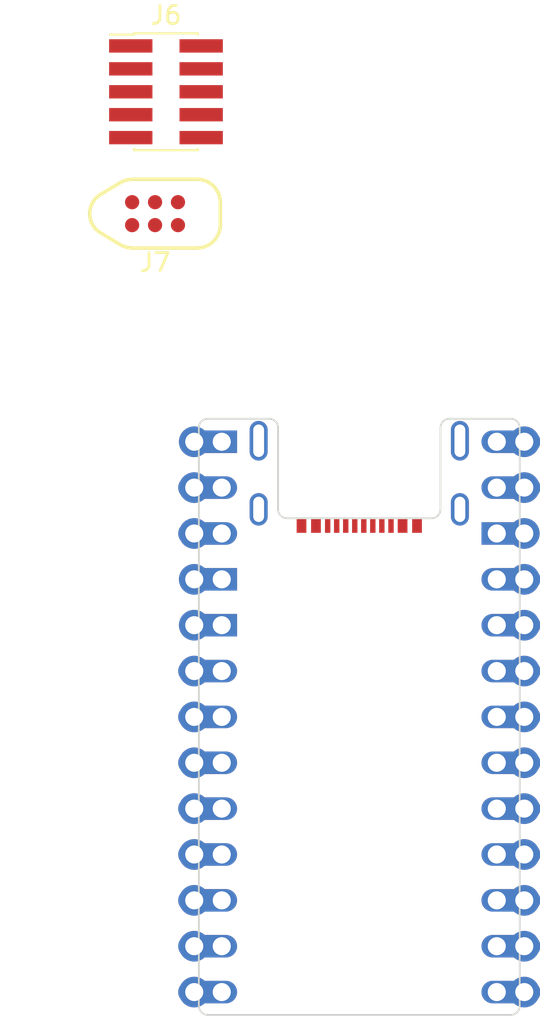
<source format=kicad_pcb>
(kicad_pcb (version 20240108) (generator "pcbnew") (generator_version "8.0")
  (layers (0 "F.Cu" signal) (31 "B.Cu" signal) (34 "B.Paste" user) (35 "F.Paste" user) (36 "B.SilkS" user "B.Silkscreen") (37 "F.SilkS" user "F.Silkscreen") (38 "B.Mask" user) (39 "F.Mask" user) (44 "Edge.Cuts" user))
  (net 0 "")
  (net 1 "/D-")
  (net 2 "GND")
  (net 3 "/D+")
  (net 8 "Net-(J3-VBUS-PadA4)")
  (net 9 "/D9")
  (net 10 "/~{RESET}")
  (net 11 "/D21")
  (net 12 "/D4")
  (net 13 "/D18")
  (net 14 "/D5")
  (net 15 "/D19")
  (net 16 "/D14")
  (net 17 "+BATT")
  (net 18 "/D1")
  (net 19 "/D16")
  (net 20 "/D10")
  (net 21 "/D15")
  (net 22 "/D6")
  (net 23 "/~{RST}")
  (net 24 "VBUS")
  (net 25 "/D8")
  (net 26 "/D0")
  (net 27 "/D3")
  (net 28 "/EXT_3.3V")
  (net 30 "/D7")
  (net 31 "/D20")
  (net 32 "/D2")
  (net 33 "VCC")
  (net 34 "/SWDIO")
  (net 35 "/SWCLK")
  (net 36 "/SWO")
  (footprint "ProMicro:USB_C_Receptacle_Jing_918-418K2024S40000" (layer "F.Cu") (at 148.50485 94.00375)
    (property "Reference" "J3" (hide yes))
    (property "Value" "USB_C_Receptacle_USB2.0_16P")
    (pad "A1" smd rect (at -3.205 0.4) (size 0.54 0.8) (layers "F.Cu" "F.Paste" "F.Mask") (net 2 "GND") (clearance 0.15))
    (pad "A1" smd rect (at 3.195 0.4) (size 0.54 0.8) (layers "F.Cu" "F.Paste" "F.Mask") (net 2 "GND") (clearance 0.15))
    (pad "A4" smd rect (at -2.405 0.4) (size 0.54 0.8) (layers "F.Cu" "F.Paste" "F.Mask") (net 8 "Net-(J3-VBUS-PadA4)") (clearance 0.15))
    (pad "A4" smd rect (at 2.395 0.4) (size 0.54 0.8) (layers "F.Cu" "F.Paste" "F.Mask") (net 8 "Net-(J3-VBUS-PadA4)") (clearance 0.15))
    (pad "A5" smd rect (at 1.245 0.4) (size 0.3 0.8) (layers "F.Cu" "F.Paste" "F.Mask") (clearance 0.15))
    (pad "A6" smd rect (at 0.245 0.4) (size 0.3 0.8) (layers "F.Cu" "F.Paste" "F.Mask") (net 3 "/D+") (clearance 0.15))
    (pad "A7" smd rect (at -0.255 0.4) (size 0.3 0.8) (layers "F.Cu" "F.Paste" "F.Mask") (net 1 "/D-") (clearance 0.15))
    (pad "A8" smd rect (at -1.255 0.4) (size 0.3 0.8) (layers "F.Cu" "F.Paste" "F.Mask") (clearance 0.15))
    (pad "B5" smd rect (at -1.755 0.4) (size 0.3 0.8) (layers "F.Cu" "F.Paste" "F.Mask") (clearance 0.15))
    (pad "B6" smd rect (at -0.755 0.4) (size 0.3 0.8) (layers "F.Cu" "F.Paste" "F.Mask") (net 3 "/D+") (clearance 0.15))
    (pad "B7" smd rect (at 0.745 0.4) (size 0.3 0.8) (layers "F.Cu" "F.Paste" "F.Mask") (net 1 "/D-") (clearance 0.15))
    (pad "B8" smd rect (at 1.753 0.4) (size 0.3 0.8) (layers "F.Cu" "F.Paste" "F.Mask") (clearance 0.15))
    (pad "S1" thru_hole oval (at -5.5803 -4.3) (size 1 2.2) (drill oval 0.6 1.8) (layers "*.Cu" "*.Mask" "F.Paste") (net 2 "GND"))
    (pad "S2" thru_hole oval (at 5.5703 -4.3) (size 1 2.2) (drill oval 0.6 1.8) (layers "*.Cu" "*.Mask" "F.Paste"))
    (pad "S3" thru_hole oval (at -5.5803 -0.5) (size 1 1.8) (drill oval 0.6 1.4) (layers "*.Cu" "*.Mask" "F.Paste"))
    (pad "S4" thru_hole oval (at 5.5706 -0.5) (size 1 1.8) (drill oval 0.6 1.4) (layers "*.Cu" "*.Mask" "F.Paste"))
  )
  (footprint "PCM_marbastlib-various:CON_TC2030_outlined" (layer "F.Cu") (at 137.184 77.126)
    (property "Reference" "J7" (at 0 2.7 0) (layer "F.SilkS"))
    (property "Value" "TC2030_SWD" (hide yes))
    (fp_line (start -3.6195 0.008049) (end -3.6195 -0.008049) (stroke (width 0.2)) (layer "F.SilkS"))
    (fp_line (start -3.026877 -1.057203) (end -1.976732 -1.690178) (stroke (width 0.2)) (layer "F.SilkS"))
    (fp_line (start -1.976732 1.690178) (end -3.026877 1.057203) (stroke (width 0.2)) (layer "F.SilkS"))
    (fp_line (start -1.202392 -1.9055) (end 2.3195 -1.9055) (stroke (width 0.2)) (layer "F.SilkS"))
    (fp_line (start 2.3195 1.9055) (end -1.202392 1.9055) (stroke (width 0.2)) (layer "F.SilkS"))
    (fp_line (start 3.6195 -0.605499) (end 3.6195 0.605499) (stroke (width 0.2)) (layer "F.SilkS"))
    (fp_arc (start -3.6195 -0.008049) (mid -3.461104 -0.610529) (end -3.026877 -1.057203) (stroke (width 0.2)) (layer "F.SilkS"))
    (fp_arc (start -3.026877 1.057203) (mid -3.461104 0.610528) (end -3.6195 0.008049) (stroke (width 0.2)) (layer "F.SilkS"))
    (fp_arc (start -1.976732 -1.690178) (mid -1.604252 -1.850667) (end -1.202392 -1.9055) (stroke (width 0.2)) (layer "F.SilkS"))
    (fp_arc (start -1.202392 1.9055) (mid -1.604252 1.850667) (end -1.976732 1.690178) (stroke (width 0.2)) (layer "F.SilkS"))
    (fp_arc (start 2.319501 -1.9055) (mid 3.23874 -1.524738) (end 3.6195 -0.605499) (stroke (width 0.2)) (layer "F.SilkS"))
    (fp_arc (start 3.6195 0.605498) (mid 3.23874 1.524738) (end 2.3195 1.9055) (stroke (width 0.2)) (layer "F.SilkS"))
    (pad "" np_thru_hole circle (at -2.54 0) (size 0.9906 0.9906) (drill 0.9906) (layers "*.Cu" "*.Mask"))
    (pad "" np_thru_hole circle (at 2.54 -1.016) (size 0.9906 0.9906) (drill 0.9906) (layers "*.Cu" "*.Mask"))
    (pad "" np_thru_hole circle (at 2.54 1.016) (size 0.9906 0.9906) (drill 0.9906) (layers "*.Cu" "*.Mask"))
    (pad "1" connect circle (at -1.27 0.635) (size 0.7874 0.7874) (layers "F.Cu" "F.Mask") (net 33 "VCC"))
    (pad "2" connect circle (at -1.27 -0.635) (size 0.7874 0.7874) (layers "F.Cu" "F.Mask") (net 34 "/SWDIO"))
    (pad "3" connect circle (at 0 0.635) (size 0.7874 0.7874) (layers "F.Cu" "F.Mask") (net 10 "/~{RESET}"))
    (pad "4" connect circle (at 0 -0.635) (size 0.7874 0.7874) (layers "F.Cu" "F.Mask") (net 35 "/SWCLK"))
    (pad "5" connect circle (at 1.27 0.635) (size 0.7874 0.7874) (layers "F.Cu" "F.Mask") (net 2 "GND"))
    (pad "6" connect circle (at 1.27 -0.635) (size 0.7874 0.7874) (layers "F.Cu" "F.Mask") (net 36 "/SWO"))
  )
  (footprint "ProMicro:Connector_Pro_Micro_Castellated" (layer "F.Cu") (at 148.5 105)
    (property "Reference" "J102" (hide yes))
    (property "Value" "Conn_02x13_Top_Bottom")
    (pad "1" thru_hole circle (at -9.144 -15.24) (size 1.7 1.7) (drill 1) (layers "*.Cu" "*.Mask") (net 2 "GND"))
    (pad "1" thru_hole rect (at -7.62 -15.24) (size 2.374 1.25) (drill 1 (offset -0.337 0)) (layers "*.Cu" "*.Mask") (net 2 "GND"))
    (pad "2" thru_hole oval (at -9.144 -12.7) (size 1.7 1.7) (drill 1) (layers "*.Cu" "*.Mask") (net 18 "/D1"))
    (pad "2" thru_hole oval (at -7.62 -12.7) (size 3.263 1.25) (drill 1 (offset -0.7815 0)) (layers "*.Cu" "*.Mask") (net 18 "/D1"))
    (pad "3" thru_hole oval (at -9.144 -10.16) (size 1.7 1.7) (drill 1) (layers "*.Cu" "*.Mask") (net 26 "/D0"))
    (pad "3" thru_hole oval (at -7.62 -10.16) (size 3.263 1.25) (drill 1 (offset -0.7815 0)) (layers "*.Cu" "*.Mask") (net 26 "/D0"))
    (pad "4" thru_hole oval (at -9.144 -7.62) (size 1.7 1.7) (drill 1) (layers "*.Cu" "*.Mask") (net 2 "GND"))
    (pad "4" thru_hole rect (at -7.62 -7.62) (size 2.374 1.25) (drill 1 (offset -0.337 0)) (layers "*.Cu" "*.Mask") (net 2 "GND"))
    (pad "5" thru_hole oval (at -9.144 -5.08) (size 1.7 1.7) (drill 1) (layers "*.Cu" "*.Mask"))
    (pad "5" thru_hole rect (at -7.62 -5.08) (size 2.374 1.25) (drill 1 (offset -0.337 0)) (layers "*.Cu" "*.Mask"))
    (pad "6" thru_hole oval (at -9.144 -2.54) (size 1.7 1.7) (drill 1) (layers "*.Cu" "*.Mask") (net 32 "/D2"))
    (pad "6" thru_hole oval (at -7.62 -2.54) (size 3.263 1.25) (drill 1 (offset -0.7815 0)) (layers "*.Cu" "*.Mask") (net 32 "/D2"))
    (pad "7" thru_hole oval (at -9.144 0) (size 1.7 1.7) (drill 1) (layers "*.Cu" "*.Mask") (net 27 "/D3"))
    (pad "7" thru_hole oval (at -7.62 0) (size 3.263 1.25) (drill 1 (offset -0.7815 0)) (layers "*.Cu" "*.Mask") (net 27 "/D3"))
    (pad "8" thru_hole oval (at -9.144 2.54) (size 1.7 1.7) (drill 1) (layers "*.Cu" "*.Mask") (net 12 "/D4"))
    (pad "8" thru_hole oval (at -7.62 2.54) (size 3.263 1.25) (drill 1 (offset -0.7815 0)) (layers "*.Cu" "*.Mask") (net 12 "/D4"))
    (pad "9" thru_hole oval (at -9.144 5.08) (size 1.7 1.7) (drill 1) (layers "*.Cu" "*.Mask") (net 14 "/D5"))
    (pad "9" thru_hole oval (at -7.62 5.08) (size 3.263 1.25) (drill 1 (offset -0.7815 0)) (layers "*.Cu" "*.Mask") (net 14 "/D5"))
    (pad "10" thru_hole oval (at -9.144 7.62) (size 1.7 1.7) (drill 1) (layers "*.Cu" "*.Mask") (net 22 "/D6"))
    (pad "10" thru_hole oval (at -7.62 7.62) (size 3.263 1.25) (drill 1 (offset -0.7815 0)) (layers "*.Cu" "*.Mask") (net 22 "/D6"))
    (pad "11" thru_hole oval (at -9.144 10.16) (size 1.7 1.7) (drill 1) (layers "*.Cu" "*.Mask") (net 30 "/D7"))
    (pad "11" thru_hole oval (at -7.62 10.16) (size 3.263 1.25) (drill 1 (offset -0.7815 0)) (layers "*.Cu" "*.Mask") (net 30 "/D7"))
    (pad "12" thru_hole oval (at -9.144 12.7) (size 1.7 1.7) (drill 1) (layers "*.Cu" "*.Mask") (net 25 "/D8"))
    (pad "12" thru_hole oval (at -7.62 12.7) (size 3.263 1.25) (drill 1 (offset -0.7815 0)) (layers "*.Cu" "*.Mask") (net 25 "/D8"))
    (pad "13" thru_hole oval (at -9.144 15.24) (size 1.7 1.7) (drill 1) (layers "*.Cu" "*.Mask") (net 9 "/D9"))
    (pad "13" thru_hole oval (at -7.62 15.24) (size 3.263 1.25) (drill 1 (offset -0.7815 0)) (layers "*.Cu" "*.Mask") (net 9 "/D9"))
    (pad "14" thru_hole oval (at 7.62 -15.24 180) (size 3.263 1.25) (drill 1 (offset -0.7815 0)) (layers "*.Cu" "*.Mask") (net 17 "+BATT"))
    (pad "14" thru_hole circle (at 9.144 -15.24) (size 1.7 1.7) (drill 1) (layers "*.Cu" "*.Mask") (net 17 "+BATT"))
    (pad "15" thru_hole oval (at 7.62 -12.7 180) (size 3.263 1.25) (drill 1 (offset -0.7815 0)) (layers "*.Cu" "*.Mask") (net 24 "VBUS"))
    (pad "15" thru_hole oval (at 9.144 -12.7) (size 1.7 1.7) (drill 1) (layers "*.Cu" "*.Mask") (net 24 "VBUS"))
    (pad "16" thru_hole rect (at 7.62 -10.16 180) (size 2.374 1.25) (drill 1 (offset -0.337 0)) (layers "*.Cu" "*.Mask") (net 2 "GND"))
    (pad "16" thru_hole oval (at 9.144 -10.16) (size 1.7 1.7) (drill 1) (layers "*.Cu" "*.Mask") (net 2 "GND"))
    (pad "17" thru_hole oval (at 7.62 -7.62 180) (size 3.263 1.25) (drill 1 (offset -0.7815 0)) (layers "*.Cu" "*.Mask") (net 23 "/~{RST}"))
    (pad "17" thru_hole oval (at 9.144 -7.62) (size 1.7 1.7) (drill 1) (layers "*.Cu" "*.Mask") (net 23 "/~{RST}"))
    (pad "18" thru_hole oval (at 7.62 -5.08 180) (size 3.263 1.25) (drill 1 (offset -0.7815 0)) (layers "*.Cu" "*.Mask") (net 28 "/EXT_3.3V"))
    (pad "18" thru_hole oval (at 9.144 -5.08) (size 1.7 1.7) (drill 1) (layers "*.Cu" "*.Mask") (net 28 "/EXT_3.3V"))
    (pad "19" thru_hole oval (at 7.62 -2.54 180) (size 3.263 1.25) (drill 1 (offset -0.7815 0)) (layers "*.Cu" "*.Mask") (net 11 "/D21"))
    (pad "19" thru_hole oval (at 9.144 -2.54) (size 1.7 1.7) (drill 1) (layers "*.Cu" "*.Mask") (net 11 "/D21"))
    (pad "20" thru_hole oval (at 7.62 0 180) (size 3.263 1.25) (drill 1 (offset -0.7815 0)) (layers "*.Cu" "*.Mask") (net 31 "/D20"))
    (pad "20" thru_hole oval (at 9.144 0) (size 1.7 1.7) (drill 1) (layers "*.Cu" "*.Mask") (net 31 "/D20"))
    (pad "21" thru_hole oval (at 7.62 2.54 180) (size 3.263 1.25) (drill 1 (offset -0.7815 0)) (layers "*.Cu" "*.Mask") (net 15 "/D19"))
    (pad "21" thru_hole oval (at 9.144 2.54) (size 1.7 1.7) (drill 1) (layers "*.Cu" "*.Mask") (net 15 "/D19"))
    (pad "22" thru_hole oval (at 7.62 5.08 180) (size 3.263 1.25) (drill 1 (offset -0.7815 0)) (layers "*.Cu" "*.Mask") (net 13 "/D18"))
    (pad "22" thru_hole oval (at 9.144 5.08) (size 1.7 1.7) (drill 1) (layers "*.Cu" "*.Mask") (net 13 "/D18"))
    (pad "23" thru_hole oval (at 7.62 7.62 180) (size 3.263 1.25) (drill 1 (offset -0.7815 0)) (layers "*.Cu" "*.Mask") (net 21 "/D15"))
    (pad "23" thru_hole oval (at 9.144 7.62) (size 1.7 1.7) (drill 1) (layers "*.Cu" "*.Mask") (net 21 "/D15"))
    (pad "24" thru_hole oval (at 7.62 10.16 180) (size 3.263 1.25) (drill 1 (offset -0.7815 0)) (layers "*.Cu" "*.Mask") (net 16 "/D14"))
    (pad "24" thru_hole oval (at 9.144 10.16) (size 1.7 1.7) (drill 1) (layers "*.Cu" "*.Mask") (net 16 "/D14"))
    (pad "25" thru_hole oval (at 7.62 12.7 180) (size 3.263 1.25) (drill 1 (offset -0.7815 0)) (layers "*.Cu" "*.Mask") (net 19 "/D16"))
    (pad "25" thru_hole oval (at 9.144 12.7) (size 1.7 1.7) (drill 1) (layers "*.Cu" "*.Mask") (net 19 "/D16"))
    (pad "26" thru_hole oval (at 7.62 15.24 180) (size 3.263 1.25) (drill 1 (offset -0.7815 0)) (layers "*.Cu" "*.Mask") (net 20 "/D10"))
    (pad "26" thru_hole oval (at 9.144 15.24) (size 1.7 1.7) (drill 1) (layers "*.Cu" "*.Mask") (net 20 "/D10"))
  )
  (footprint "Connector_PinHeader_1.27mm:PinHeader_2x05_P1.27mm_Vertical_SMD" (layer "F.Cu") (at 137.7895 70.376)
    (property "Reference" "J6" (at 0 -4.235 0) (layer "F.SilkS"))
    (property "Value" "Conn_ARM_JTAG_SWD_10")
    (fp_line (start -3.09 -3.17) (end -1.765 -3.17) (stroke (width 0.12)) (layer "F.SilkS"))
    (fp_line (start -1.765 -3.235) (end -1.765 -3.17) (stroke (width 0.12)) (layer "F.SilkS"))
    (fp_line (start -1.765 -3.235) (end 1.765 -3.235) (stroke (width 0.12)) (layer "F.SilkS"))
    (fp_line (start -1.765 3.17) (end -1.765 3.235) (stroke (width 0.12)) (layer "F.SilkS"))
    (fp_line (start -1.765 3.235) (end 1.765 3.235) (stroke (width 0.12)) (layer "F.SilkS"))
    (fp_line (start 1.765 -3.235) (end 1.765 -3.17) (stroke (width 0.12)) (layer "F.SilkS"))
    (fp_line (start 1.765 3.17) (end 1.765 3.235) (stroke (width 0.12)) (layer "F.SilkS"))
    (pad "1" smd rect (at -1.95 -2.54) (size 2.4 0.74) (layers "F.Cu" "F.Paste" "F.Mask") (net 33 "VCC"))
    (pad "2" smd rect (at 1.95 -2.54) (size 2.4 0.74) (layers "F.Cu" "F.Paste" "F.Mask") (net 34 "/SWDIO"))
    (pad "3" smd rect (at -1.95 -1.27) (size 2.4 0.74) (layers "F.Cu" "F.Paste" "F.Mask") (net 2 "GND"))
    (pad "4" smd rect (at 1.95 -1.27) (size 2.4 0.74) (layers "F.Cu" "F.Paste" "F.Mask") (net 35 "/SWCLK"))
    (pad "5" smd rect (at -1.95 0) (size 2.4 0.74) (layers "F.Cu" "F.Paste" "F.Mask") (net 2 "GND"))
    (pad "6" smd rect (at 1.95 0) (size 2.4 0.74) (layers "F.Cu" "F.Paste" "F.Mask") (net 36 "/SWO"))
    (pad "7" smd rect (at -1.95 1.27) (size 2.4 0.74) (layers "F.Cu" "F.Paste" "F.Mask"))
    (pad "8" smd rect (at 1.95 1.27) (size 2.4 0.74) (layers "F.Cu" "F.Paste" "F.Mask"))
    (pad "9" smd rect (at -1.95 2.54) (size 2.4 0.74) (layers "F.Cu" "F.Paste" "F.Mask") (net 2 "GND"))
    (pad "10" smd rect (at 1.95 2.54) (size 2.4 0.74) (layers "F.Cu" "F.Paste" "F.Mask") (net 10 "/~{RESET}"))
  )
  (gr_arc (start 153 88.985) (mid 153.146447 88.631447) (end 153.5 88.485) (stroke (width 0.1)) (layer "Edge.Cuts"))
  (gr_arc (start 144.5 94) (mid 144.146447 93.853553) (end 144 93.5) (stroke (width 0.1)) (layer "Edge.Cuts"))
  (gr_arc (start 156.89 88.485) (mid 157.243553 88.631447) (end 157.39 88.985) (stroke (width 0.1)) (layer "Edge.Cuts"))
  (gr_arc (start 153 93.5) (mid 152.853553 93.853553) (end 152.5 94) (stroke (width 0.1)) (layer "Edge.Cuts"))
  (gr_arc (start 157.39 121.005) (mid 157.243553 121.358553) (end 156.89 121.505) (stroke (width 0.1)) (layer "Edge.Cuts"))
  (gr_arc (start 143.5 88.485) (mid 143.853553 88.631447) (end 144 88.985) (stroke (width 0.1)) (layer "Edge.Cuts"))
  (gr_line (start 144.5 94) (end 152.5 94) (stroke (width 0.1)) (layer "Edge.Cuts"))
  (gr_line (start 153.5 88.485) (end 156.89 88.485) (stroke (width 0.1)) (layer "Edge.Cuts"))
  (gr_line (start 144 88.985) (end 144 93.5) (stroke (width 0.1)) (layer "Edge.Cuts"))
  (gr_line (start 157.39 88.985) (end 157.39 121.005) (stroke (width 0.1)) (layer "Edge.Cuts"))
  (gr_arc (start 139.61 88.985) (mid 139.756447 88.631447) (end 140.11 88.485) (stroke (width 0.1)) (layer "Edge.Cuts"))
  (gr_arc (start 140.11 121.505) (mid 139.756447 121.358553) (end 139.61 121.005) (stroke (width 0.1)) (layer "Edge.Cuts"))
  (gr_line (start 139.61 88.985) (end 139.61 121.005) (stroke (width 0.1)) (layer "Edge.Cuts"))
  (gr_line (start 140.11 88.485) (end 143.5 88.485) (stroke (width 0.1)) (layer "Edge.Cuts"))
  (gr_line (start 156.89 121.505) (end 140.11 121.505) (stroke (width 0.1)) (layer "Edge.Cuts"))
  (gr_line (start 153 93.5) (end 153 88.985) (stroke (width 0.1)) (layer "Edge.Cuts"))
)
</source>
